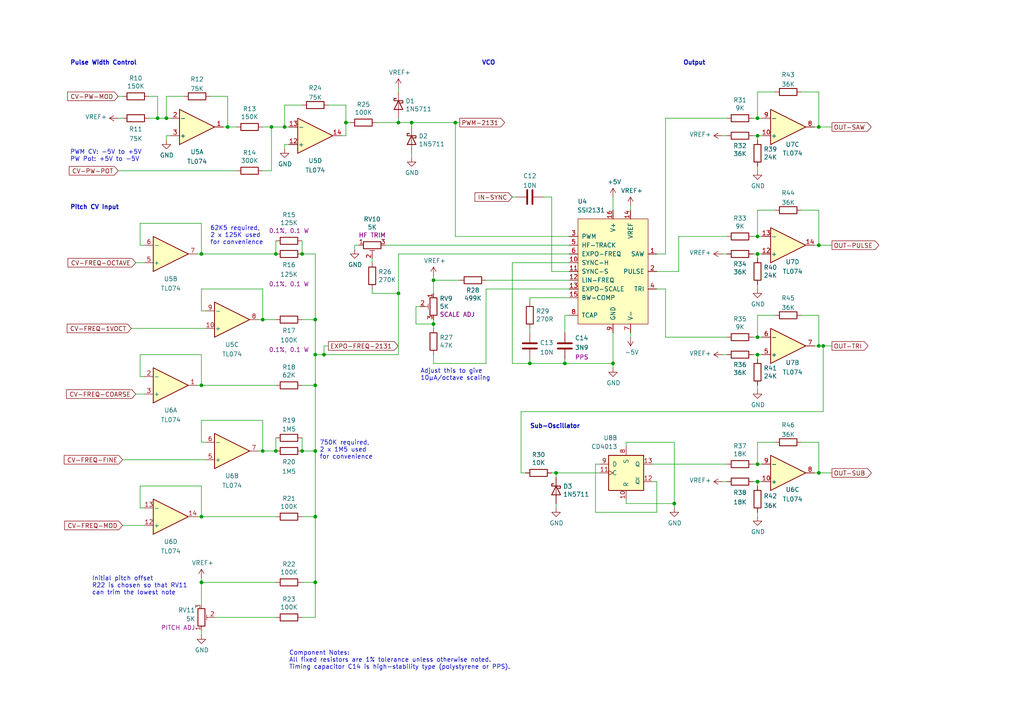
<source format=kicad_sch>
(kicad_sch (version 20211123) (generator eeschema)
  (paper "A4")
  (title_block (title "Main - Eurorack SSI2131 VCO") (date "2022-03-17") (rev "1.3") (company "Len Popp") (comment 1 "Copyright © 2022 Len Popp CC BY") (comment 2 "Eurorack VCO module based on SSI2131, 10 HP"))
  (junction (at 80.01 130.81))
  (junction (at 219.71 73.66))
  (junction (at 132.08 35.56))
  (junction (at 115.57 85.09))
  (junction (at 219.71 34.29))
  (junction (at 219.71 97.79))
  (junction (at 78.74 36.83))
  (junction (at 80.01 73.66))
  (junction (at 87.63 73.66))
  (junction (at 91.44 92.71))
  (junction (at 177.8 105.41))
  (junction (at 219.71 39.37))
  (junction (at 91.44 130.81))
  (junction (at 91.44 168.91))
  (junction (at 237.49 36.83))
  (junction (at 219.71 139.7))
  (junction (at 237.49 100.33))
  (junction (at 66.04 36.83))
  (junction (at 91.44 102.87))
  (junction (at 219.71 102.87))
  (junction (at 76.2 130.81))
  (junction (at 45.72 34.29))
  (junction (at 219.71 134.62))
  (junction (at 58.42 111.76))
  (junction (at 115.57 35.56))
  (junction (at 82.55 36.83))
  (junction (at 76.2 92.71))
  (junction (at 58.42 149.86))
  (junction (at 195.58 146.05))
  (junction (at 163.83 105.41))
  (junction (at 125.73 93.98))
  (junction (at 48.26 34.29))
  (junction (at 161.29 137.16))
  (junction (at 100.33 35.56))
  (junction (at 58.42 168.91))
  (junction (at 91.44 149.86))
  (junction (at 153.67 105.41))
  (junction (at 119.38 35.56))
  (junction (at 219.71 68.58))
  (junction (at 87.63 130.81))
  (junction (at 237.49 137.16))
  (junction (at 237.49 71.12))
  (junction (at 93.98 102.87))
  (junction (at 238.76 100.33))
  (junction (at 125.73 81.28))
  (junction (at 58.42 73.66))
  (junction (at 91.44 111.76))
  (wire (pts (xy 163.83 91.44) (xy 165.1 91.44)))
  (wire (pts (xy 76.2 121.92) (xy 76.2 130.81)))
  (wire (pts (xy 102.87 71.12) (xy 104.14 71.12)))
  (wire (pts (xy 209.55 102.87) (xy 210.82 102.87)))
  (wire (pts (xy 109.22 35.56) (xy 115.57 35.56)))
  (wire (pts (xy 80.01 69.85) (xy 80.01 73.66)))
  (wire (pts (xy 91.44 149.86) (xy 91.44 168.91)))
  (wire (pts (xy 219.71 39.37) (xy 220.98 39.37)))
  (wire (pts (xy 219.71 128.27) (xy 224.79 128.27)))
  (wire (pts (xy 219.71 34.29) (xy 218.44 34.29)))
  (wire (pts (xy 102.87 72.39) (xy 102.87 71.12)))
  (wire (pts (xy 58.42 168.91) (xy 80.01 168.91)))
  (wire (pts (xy 193.04 73.66) (xy 193.04 34.29)))
  (wire (pts (xy 219.71 102.87) (xy 218.44 102.87)))
  (wire (pts (xy 66.04 27.94) (xy 60.96 27.94)))
  (wire (pts (xy 151.13 119.38) (xy 151.13 137.16)))
  (wire (pts (xy 195.58 128.27) (xy 195.58 146.05)))
  (wire (pts (xy 48.26 34.29) (xy 49.53 34.29)))
  (wire (pts (xy 45.72 34.29) (xy 45.72 27.94)))
  (wire (pts (xy 107.95 76.2) (xy 107.95 74.93)))
  (wire (pts (xy 58.42 149.86) (xy 80.01 149.86)))
  (wire (pts (xy 40.64 140.97) (xy 40.64 147.32)))
  (wire (pts (xy 177.8 57.15) (xy 177.8 60.96)))
  (wire (pts (xy 100.33 30.48) (xy 100.33 35.56)))
  (wire (pts (xy 87.63 149.86) (xy 91.44 149.86)))
  (wire (pts (xy 57.15 149.86) (xy 58.42 149.86)))
  (wire (pts (xy 58.42 111.76) (xy 80.01 111.76)))
  (wire (pts (xy 209.55 73.66) (xy 210.82 73.66)))
  (wire (pts (xy 58.42 83.82) (xy 76.2 83.82)))
  (wire (pts (xy 238.76 100.33) (xy 238.76 119.38)))
  (wire (pts (xy 219.71 60.96) (xy 219.71 68.58)))
  (wire (pts (xy 76.2 130.81) (xy 80.01 130.81)))
  (wire (pts (xy 125.73 93.98) (xy 120.65 93.98)))
  (wire (pts (xy 76.2 92.71) (xy 80.01 92.71)))
  (wire (pts (xy 80.01 127) (xy 80.01 130.81)))
  (wire (pts (xy 76.2 92.71) (xy 76.2 83.82)))
  (wire (pts (xy 219.71 26.67) (xy 224.79 26.67)))
  (wire (pts (xy 41.91 152.4) (xy 35.56 152.4)))
  (wire (pts (xy 76.2 49.53) (xy 78.74 49.53)))
  (wire (pts (xy 163.83 91.44) (xy 163.83 96.52)))
  (wire (pts (xy 218.44 39.37) (xy 219.71 39.37)))
  (wire (pts (xy 165.1 86.36) (xy 153.67 86.36)))
  (wire (pts (xy 181.61 128.27) (xy 181.61 129.54)))
  (wire (pts (xy 62.23 179.07) (xy 80.01 179.07)))
  (wire (pts (xy 58.42 167.64) (xy 58.42 168.91)))
  (wire (pts (xy 190.5 139.7) (xy 190.5 148.59)))
  (wire (pts (xy 219.71 26.67) (xy 219.71 34.29)))
  (wire (pts (xy 219.71 149.86) (xy 219.71 148.59)))
  (wire (pts (xy 87.63 130.81) (xy 87.63 127)))
  (wire (pts (xy 153.67 105.41) (xy 163.83 105.41)))
  (wire (pts (xy 48.26 39.37) (xy 48.26 40.64)))
  (wire (pts (xy 132.08 68.58) (xy 165.1 68.58)))
  (wire (pts (xy 237.49 91.44) (xy 232.41 91.44)))
  (wire (pts (xy 177.8 106.68) (xy 177.8 105.41)))
  (wire (pts (xy 148.59 76.2) (xy 148.59 105.41)))
  (wire (pts (xy 39.37 76.2) (xy 41.91 76.2)))
  (wire (pts (xy 82.55 30.48) (xy 82.55 36.83)))
  (wire (pts (xy 193.04 97.79) (xy 210.82 97.79)))
  (wire (pts (xy 78.74 36.83) (xy 78.74 49.53)))
  (wire (pts (xy 87.63 130.81) (xy 91.44 130.81)))
  (wire (pts (xy 40.64 71.12) (xy 41.91 71.12)))
  (wire (pts (xy 177.8 96.52) (xy 177.8 105.41)))
  (wire (pts (xy 193.04 34.29) (xy 210.82 34.29)))
  (wire (pts (xy 58.42 83.82) (xy 58.42 90.17)))
  (wire (pts (xy 119.38 36.83) (xy 119.38 35.56)))
  (wire (pts (xy 218.44 68.58) (xy 219.71 68.58)))
  (wire (pts (xy 91.44 73.66) (xy 91.44 92.71)))
  (wire (pts (xy 238.76 100.33) (xy 241.3 100.33)))
  (wire (pts (xy 152.4 137.16) (xy 151.13 137.16)))
  (wire (pts (xy 160.02 78.74) (xy 165.1 78.74)))
  (wire (pts (xy 153.67 104.14) (xy 153.67 105.41)))
  (wire (pts (xy 115.57 35.56) (xy 115.57 34.29)))
  (wire (pts (xy 195.58 146.05) (xy 195.58 147.32)))
  (wire (pts (xy 91.44 92.71) (xy 91.44 102.87)))
  (wire (pts (xy 153.67 95.25) (xy 153.67 96.52)))
  (wire (pts (xy 219.71 104.14) (xy 219.71 102.87)))
  (wire (pts (xy 182.88 96.52) (xy 182.88 97.79)))
  (wire (pts (xy 49.53 39.37) (xy 48.26 39.37)))
  (wire (pts (xy 43.18 27.94) (xy 45.72 27.94)))
  (wire (pts (xy 91.44 111.76) (xy 91.44 130.81)))
  (wire (pts (xy 100.33 35.56) (xy 101.6 35.56)))
  (wire (pts (xy 40.64 109.22) (xy 41.91 109.22)))
  (wire (pts (xy 40.64 147.32) (xy 41.91 147.32)))
  (wire (pts (xy 160.02 78.74) (xy 160.02 57.15)))
  (wire (pts (xy 237.49 26.67) (xy 237.49 36.83)))
  (wire (pts (xy 125.73 81.28) (xy 133.35 81.28)))
  (wire (pts (xy 219.71 139.7) (xy 220.98 139.7)))
  (wire (pts (xy 237.49 128.27) (xy 237.49 137.16)))
  (wire (pts (xy 190.5 148.59) (xy 172.72 148.59)))
  (wire (pts (xy 87.63 111.76) (xy 91.44 111.76)))
  (wire (pts (xy 125.73 105.41) (xy 140.97 105.41)))
  (wire (pts (xy 93.98 102.87) (xy 115.57 102.87)))
  (wire (pts (xy 161.29 137.16) (xy 160.02 137.16)))
  (wire (pts (xy 87.63 179.07) (xy 91.44 179.07)))
  (wire (pts (xy 115.57 73.66) (xy 165.1 73.66)))
  (wire (pts (xy 236.22 71.12) (xy 237.49 71.12)))
  (wire (pts (xy 219.71 60.96) (xy 224.79 60.96)))
  (wire (pts (xy 232.41 26.67) (xy 237.49 26.67)))
  (wire (pts (xy 87.63 73.66) (xy 87.63 69.85)))
  (wire (pts (xy 232.41 60.96) (xy 237.49 60.96)))
  (wire (pts (xy 220.98 97.79) (xy 219.71 97.79)))
  (wire (pts (xy 83.82 41.91) (xy 82.55 41.91)))
  (wire (pts (xy 40.64 64.77) (xy 40.64 71.12)))
  (wire (pts (xy 115.57 85.09) (xy 115.57 102.87)))
  (wire (pts (xy 148.59 57.15) (xy 149.86 57.15)))
  (wire (pts (xy 193.04 97.79) (xy 193.04 83.82)))
  (wire (pts (xy 58.42 102.87) (xy 40.64 102.87)))
  (wire (pts (xy 237.49 71.12) (xy 241.3 71.12)))
  (wire (pts (xy 163.83 105.41) (xy 177.8 105.41)))
  (wire (pts (xy 161.29 137.16) (xy 173.99 137.16)))
  (wire (pts (xy 151.13 119.38) (xy 238.76 119.38)))
  (wire (pts (xy 87.63 30.48) (xy 82.55 30.48)))
  (wire (pts (xy 219.71 68.58) (xy 220.98 68.58)))
  (wire (pts (xy 53.34 27.94) (xy 48.26 27.94)))
  (wire (pts (xy 181.61 146.05) (xy 181.61 144.78)))
  (wire (pts (xy 148.59 105.41) (xy 153.67 105.41)))
  (wire (pts (xy 58.42 168.91) (xy 58.42 175.26)))
  (wire (pts (xy 236.22 36.83) (xy 237.49 36.83)))
  (wire (pts (xy 111.76 71.12) (xy 165.1 71.12)))
  (wire (pts (xy 34.29 49.53) (xy 68.58 49.53)))
  (wire (pts (xy 59.69 133.35) (xy 35.56 133.35)))
  (wire (pts (xy 232.41 128.27) (xy 237.49 128.27)))
  (wire (pts (xy 57.15 111.76) (xy 58.42 111.76)))
  (wire (pts (xy 132.08 35.56) (xy 133.35 35.56)))
  (wire (pts (xy 57.15 73.66) (xy 58.42 73.66)))
  (wire (pts (xy 100.33 30.48) (xy 95.25 30.48)))
  (wire (pts (xy 34.29 27.94) (xy 35.56 27.94)))
  (wire (pts (xy 58.42 182.88) (xy 58.42 184.15)))
  (wire (pts (xy 119.38 35.56) (xy 132.08 35.56)))
  (wire (pts (xy 48.26 34.29) (xy 45.72 34.29)))
  (wire (pts (xy 95.25 100.33) (xy 93.98 100.33)))
  (wire (pts (xy 100.33 35.56) (xy 100.33 39.37)))
  (wire (pts (xy 209.55 139.7) (xy 210.82 139.7)))
  (wire (pts (xy 132.08 68.58) (xy 132.08 35.56)))
  (wire (pts (xy 93.98 100.33) (xy 93.98 102.87)))
  (wire (pts (xy 219.71 128.27) (xy 219.71 134.62)))
  (wire (pts (xy 172.72 134.62) (xy 173.99 134.62)))
  (wire (pts (xy 87.63 92.71) (xy 91.44 92.71)))
  (wire (pts (xy 58.42 128.27) (xy 59.69 128.27)))
  (wire (pts (xy 59.69 95.25) (xy 38.1 95.25)))
  (wire (pts (xy 219.71 91.44) (xy 224.79 91.44)))
  (wire (pts (xy 91.44 102.87) (xy 93.98 102.87)))
  (wire (pts (xy 182.88 60.96) (xy 182.88 59.69)))
  (wire (pts (xy 189.23 134.62) (xy 210.82 134.62)))
  (wire (pts (xy 107.95 83.82) (xy 107.95 85.09)))
  (wire (pts (xy 140.97 83.82) (xy 165.1 83.82)))
  (wire (pts (xy 120.65 93.98) (xy 120.65 88.9)))
  (wire (pts (xy 66.04 36.83) (xy 66.04 27.94)))
  (wire (pts (xy 236.22 100.33) (xy 237.49 100.33)))
  (wire (pts (xy 58.42 121.92) (xy 58.42 128.27)))
  (wire (pts (xy 237.49 100.33) (xy 238.76 100.33)))
  (wire (pts (xy 209.55 39.37) (xy 210.82 39.37)))
  (wire (pts (xy 115.57 35.56) (xy 119.38 35.56)))
  (wire (pts (xy 39.37 114.3) (xy 41.91 114.3)))
  (wire (pts (xy 219.71 97.79) (xy 218.44 97.79)))
  (wire (pts (xy 237.49 137.16) (xy 241.3 137.16)))
  (wire (pts (xy 82.55 41.91) (xy 82.55 43.18)))
  (wire (pts (xy 87.63 168.91) (xy 91.44 168.91)))
  (wire (pts (xy 219.71 73.66) (xy 220.98 73.66)))
  (wire (pts (xy 64.77 36.83) (xy 66.04 36.83)))
  (wire (pts (xy 218.44 73.66) (xy 219.71 73.66)))
  (wire (pts (xy 219.71 140.97) (xy 219.71 139.7)))
  (wire (pts (xy 210.82 68.58) (xy 196.85 68.58)))
  (wire (pts (xy 58.42 73.66) (xy 58.42 64.77)))
  (wire (pts (xy 66.04 36.83) (xy 68.58 36.83)))
  (wire (pts (xy 218.44 139.7) (xy 219.71 139.7)))
  (wire (pts (xy 219.71 74.93) (xy 219.71 73.66)))
  (wire (pts (xy 125.73 92.71) (xy 125.73 93.98)))
  (wire (pts (xy 58.42 140.97) (xy 40.64 140.97)))
  (wire (pts (xy 196.85 78.74) (xy 190.5 78.74)))
  (wire (pts (xy 58.42 140.97) (xy 58.42 149.86)))
  (wire (pts (xy 76.2 36.83) (xy 78.74 36.83)))
  (wire (pts (xy 237.49 36.83) (xy 241.3 36.83)))
  (wire (pts (xy 161.29 138.43) (xy 161.29 137.16)))
  (wire (pts (xy 219.71 40.64) (xy 219.71 39.37)))
  (wire (pts (xy 78.74 36.83) (xy 82.55 36.83)))
  (wire (pts (xy 190.5 73.66) (xy 193.04 73.66)))
  (wire (pts (xy 163.83 105.41) (xy 163.83 104.14)))
  (wire (pts (xy 161.29 147.32) (xy 161.29 146.05)))
  (wire (pts (xy 40.64 102.87) (xy 40.64 109.22)))
  (wire (pts (xy 48.26 27.94) (xy 48.26 34.29)))
  (wire (pts (xy 193.04 83.82) (xy 190.5 83.82)))
  (wire (pts (xy 91.44 168.91) (xy 91.44 179.07)))
  (wire (pts (xy 115.57 26.67) (xy 115.57 25.4)))
  (wire (pts (xy 107.95 85.09) (xy 115.57 85.09)))
  (wire (pts (xy 140.97 81.28) (xy 165.1 81.28)))
  (wire (pts (xy 58.42 102.87) (xy 58.42 111.76)))
  (wire (pts (xy 115.57 73.66) (xy 115.57 85.09)))
  (wire (pts (xy 58.42 90.17) (xy 59.69 90.17)))
  (wire (pts (xy 91.44 130.81) (xy 91.44 149.86)))
  (wire (pts (xy 157.48 57.15) (xy 160.02 57.15)))
  (wire (pts (xy 181.61 146.05) (xy 195.58 146.05)))
  (wire (pts (xy 237.49 60.96) (xy 237.49 71.12)))
  (wire (pts (xy 125.73 81.28) (xy 125.73 85.09)))
  (wire (pts (xy 219.71 34.29) (xy 220.98 34.29)))
  (wire (pts (xy 220.98 102.87) (xy 219.71 102.87)))
  (wire (pts (xy 58.42 64.77) (xy 40.64 64.77)))
  (wire (pts (xy 74.93 92.71) (xy 76.2 92.71)))
  (wire (pts (xy 43.18 34.29) (xy 45.72 34.29)))
  (wire (pts (xy 82.55 36.83) (xy 83.82 36.83)))
  (wire (pts (xy 91.44 102.87) (xy 91.44 111.76)))
  (wire (pts (xy 58.42 73.66) (xy 80.01 73.66)))
  (wire (pts (xy 218.44 134.62) (xy 219.71 134.62)))
  (wire (pts (xy 172.72 148.59) (xy 172.72 134.62)))
  (wire (pts (xy 87.63 73.66) (xy 91.44 73.66)))
  (wire (pts (xy 237.49 91.44) (xy 237.49 100.33)))
  (wire (pts (xy 219.71 49.53) (xy 219.71 48.26)))
  (wire (pts (xy 219.71 134.62) (xy 220.98 134.62)))
  (wire (pts (xy 125.73 81.28) (xy 125.73 80.01)))
  (wire (pts (xy 34.29 34.29) (xy 35.56 34.29)))
  (wire (pts (xy 125.73 93.98) (xy 125.73 95.25)))
  (wire (pts (xy 125.73 102.87) (xy 125.73 105.41)))
  (wire (pts (xy 140.97 83.82) (xy 140.97 105.41)))
  (wire (pts (xy 219.71 113.03) (xy 219.71 111.76)))
  (wire (pts (xy 99.06 39.37) (xy 100.33 39.37)))
  (wire (pts (xy 219.71 83.82) (xy 219.71 82.55)))
  (wire (pts (xy 189.23 139.7) (xy 190.5 139.7)))
  (wire (pts (xy 148.59 76.2) (xy 165.1 76.2)))
  (wire (pts (xy 196.85 68.58) (xy 196.85 78.74)))
  (wire (pts (xy 181.61 128.27) (xy 195.58 128.27)))
  (wire (pts (xy 119.38 45.72) (xy 119.38 44.45)))
  (wire (pts (xy 76.2 121.92) (xy 58.42 121.92)))
  (wire (pts (xy 219.71 91.44) (xy 219.71 97.79)))
  (wire (pts (xy 236.22 137.16) (xy 237.49 137.16)))
  (wire (pts (xy 120.65 88.9) (xy 121.92 88.9)))
  (wire (pts (xy 74.93 130.81) (xy 76.2 130.81)))
  (wire (pts (xy 153.67 86.36) (xy 153.67 87.63)))
  (text "62K5 required, \n2 x 125K used \nfor convenience" (at 60.96 71.12 0) (effects (font (size 1.27 1.27)) (justify left bottom)))
  (text "VCO" (at 139.7 19.05 0) (effects (font (size 1.27 1.27) (thickness 0.254) bold) (justify left bottom)))
  (text "PWM CV: -5V to +5V\nPW Pot: +5V to -5V" (at 20.32 46.99 0) (effects (font (size 1.27 1.27)) (justify left bottom)))
  (text "Sub-Oscillator" (at 153.67 124.46 0) (effects (font (size 1.27 1.27) (thickness 0.254) bold) (justify left bottom)))
  (text "750K required, \n2 x 1M5 used \nfor convenience" (at 92.71 133.35 0) (effects (font (size 1.27 1.27)) (justify left bottom)))
  (text "Output" (at 198.12 19.05 0) (effects (font (size 1.27 1.27) (thickness 0.254) bold) (justify left bottom)))
  (text "Pulse Width Control" (at 20.32 19.05 0) (effects (font (size 1.27 1.27) (thickness 0.254) bold) (justify left bottom)))
  (text "Initial pitch offset \nR22 is chosen so that RV11\ncan trim the lowest note" (at 26.67 172.72 0) (effects (font (size 1.27 1.27)) (justify left bottom)))
  (text "Adjust this to give \n10μA/octave scaling" (at 121.92 110.49 0) (effects (font (size 1.27 1.27)) (justify left bottom)))
  (text "Component Notes:\nAll fixed resistors are 1% tolerance unless otherwise noted.\nTiming capacitor C14 is high-stability type (polystyrene or PPS)." (at 83.82 194.31 0) (effects (font (size 1.27 1.27)) (justify left bottom)))
  (text "Pitch CV Input" (at 20.32 60.96 0) (effects (font (size 1.27 1.27) (thickness 0.254) bold) (justify left bottom)))
  (global_label "CV-FREQ-COARSE" (shape input) (at 39.37 114.3 180) (property "Intersheet References" "${INTERSHEET_REFS}" (effects hide)))
  (global_label "PWM-2131" (shape output) (at 133.35 35.56 0) (property "Intersheet References" "${INTERSHEET_REFS}" (effects hide)))
  (global_label "EXPO-FREQ-2131" (shape output) (at 95.25 100.33 0) (property "Intersheet References" "${INTERSHEET_REFS}" (effects hide)))
  (global_label "IN-SYNC" (shape input) (at 148.59 57.15 180) (property "Intersheet References" "${INTERSHEET_REFS}" (effects hide)))
  (global_label "CV-PW-MOD" (shape input) (at 34.29 27.94 180) (property "Intersheet References" "${INTERSHEET_REFS}" (effects hide)))
  (global_label "CV-FREQ-FINE" (shape input) (at 35.56 133.35 180) (property "Intersheet References" "${INTERSHEET_REFS}" (effects hide)))
  (global_label "OUT-PULSE" (shape output) (at 241.3 71.12 0) (property "Intersheet References" "${INTERSHEET_REFS}" (effects hide)))
  (global_label "OUT-SAW" (shape output) (at 241.3 36.83 0) (property "Intersheet References" "${INTERSHEET_REFS}" (effects hide)))
  (global_label "CV-FREQ-OCTAVE" (shape input) (at 39.37 76.2 180) (property "Intersheet References" "${INTERSHEET_REFS}" (effects hide)))
  (global_label "CV-FREQ-1VOCT" (shape input) (at 38.1 95.25 180) (property "Intersheet References" "${INTERSHEET_REFS}" (effects hide)))
  (global_label "OUT-SUB" (shape output) (at 241.3 137.16 0) (property "Intersheet References" "${INTERSHEET_REFS}" (effects hide)))
  (global_label "OUT-TRI" (shape output) (at 241.3 100.33 0) (property "Intersheet References" "${INTERSHEET_REFS}" (effects hide)))
  (global_label "CV-PW-POT" (shape input) (at 34.29 49.53 180) (property "Intersheet References" "${INTERSHEET_REFS}" (effects hide)))
  (global_label "CV-FREQ-MOD" (shape input) (at 35.56 152.4 180) (property "Intersheet References" "${INTERSHEET_REFS}" (effects hide)))
  (symbol (lib_id "-lmp-power:GND") (at 177.8 106.68 0) (unit 1)
    (property "Reference" "#PWR0139" (effects hide))
    (property "Value" "GND" (at 177.927 111.0742 0))
  )
  (symbol (lib_name "R_1%_0W166_6") (lib_id "-lmp:R_1%_0W166") (at 83.82 127 270) (unit 1)
    (property "Reference" "R19" (at 83.82 121.92 90))
    (property "Value" "1M5" (at 83.82 124.46 90))
    (property "Footprint" "-lmp-misc:R_Axial_DIN0207_L6.3mm_D2.5mm_P7.62mm_Horizontal" (effects hide))
    (property "Datasheet" "https://www.mouser.ca/datasheet/2/447/Yageo_LR_MFR_1-1714151.pdf" (effects hide))
    (property "Manufacturer" "YAGEO" (effects hide))
    (property "Distributor" "Mouser" (effects hide))
    (property "Value2" "1%, 1/6 W" (effects hide))
    (property "ManufacturerPartNum" "MFR-12FTF52-1M5" (effects hide))
    (property "DistributorPartNum" "603-MFR-12FTF52-1M5" (effects hide))
    (property "DistributorPartLink" "https://www.mouser.ca/ProductDetail/YAGEO/MFR-12FTF52-1M5?qs=oAGoVhmvjhxERKbuQY3PoQ%3D%3D" (effects hide))
  )
  (symbol (lib_name "R_1%_0W166_4") (lib_id "-lmp:R_1%_0W166") (at 72.39 49.53 270) (unit 1)
    (property "Reference" "R14" (at 72.39 44.2722 90))
    (property "Value" "300K" (at 72.39 46.5836 90))
    (property "Footprint" "-lmp-misc:R_Axial_DIN0207_L6.3mm_D2.5mm_P10.16mm_Horizontal" (effects hide))
    (property "Datasheet" "https://www.mouser.ca/datasheet/2/447/Yageo_LR_MFR_1-1714151.pdf" (effects hide))
    (property "Manufacturer" "YAGEO" (effects hide))
    (property "ManufacturerPartNum" "MFR-25FRF52-300K" (effects hide))
    (property "Distributor" "Mouser" (effects hide))
    (property "DistributorPartNum" "603-MFR-25FRF52-300K" (effects hide))
    (property "DistributorPartLink" "https://www.mouser.ca/ProductDetail/603-MFR-25FRF52-300K" (effects hide))
    (property "Value2" "1%, 1/6 W" (effects hide))
  )
  (symbol (lib_id "-lmp-power:GND") (at 219.71 83.82 0) (unit 1)
    (property "Reference" "#PWR0120" (effects hide))
    (property "Value" "GND" (at 219.837 88.2142 0))
  )
  (symbol (lib_id "-lmp-power:GND") (at 219.71 113.03 0) (unit 1)
    (property "Reference" "#PWR0117" (effects hide))
    (property "Value" "GND" (at 219.837 117.4242 0))
  )
  (symbol (lib_name "R_1%_0W166_17") (lib_id "-lmp:R_1%_0W166") (at 214.63 34.29 270) (unit 1)
    (property "Reference" "R31" (at 214.63 29.0322 90))
    (property "Value" "9K" (at 214.63 31.3436 90))
    (property "Footprint" "-lmp-misc:R_Axial_DIN0207_L6.3mm_D2.5mm_P7.62mm_Horizontal" (effects hide))
    (property "Datasheet" "https://www.mouser.ca/datasheet/2/447/Yageo_LR_MFR_1-1714151.pdf" (effects hide))
    (property "Manufacturer" "YAGEO" (effects hide))
    (property "ManufacturerPartNum" "MFR-25FTF52-9K" (effects hide))
    (property "Distributor" "Mouser" (effects hide))
    (property "DistributorPartNum" "603-MFR-25FTF52-9K" (effects hide))
    (property "DistributorPartLink" "https://www.mouser.ca/ProductDetail/YAGEO/MFR-25FTF52-9K?qs=xZ%2FP%252Ba9zWqZDyxQkcWialQ%3D%3D" (effects hide))
    (property "Value2" "1%" (effects hide))
  )
  (symbol (lib_name "R_1%_0W166_18") (lib_id "-lmp:R_1%_0W166") (at 214.63 39.37 270) (unit 1)
    (property "Reference" "R32" (at 214.63 42.291 90))
    (property "Value" "36K" (at 214.63 44.6024 90))
    (property "Footprint" "-lmp-misc:R_Axial_DIN0204_L3.6mm_D1.6mm_P7.62mm_Horizontal" (effects hide))
    (property "Datasheet" "https://www.mouser.ca/datasheet/2/447/Yageo_LR_MFR_1-1714151.pdf" (effects hide))
    (property "Manufacturer" "YAGEO" (effects hide))
    (property "ManufacturerPartNum" "MFR-12FTF52-36K" (effects hide))
    (property "Distributor" "Mouser" (effects hide))
    (property "DistributorPartNum" "603-MFR-12FTF52-36K" (effects hide))
    (property "DistributorPartLink" "https://www.mouser.ca/ProductDetail/YAGEO/MFR-12FTF52-36K?qs=oAGoVhmvjhyIq6EO5blb%252BQ%3D%3D" (effects hide))
    (property "Value2" "1%, 1/6 W" (effects hide))
  )
  (symbol (lib_name "R_1%_0W166_25") (lib_id "-lmp:R_1%_0W166") (at 219.71 44.45 0) (unit 1)
    (property "Reference" "R39" (at 221.488 43.2816 0) (effects (justify left)))
    (property "Value" "24K" (at 221.488 45.593 0) (effects (justify left)))
    (property "Footprint" "-lmp-misc:R_Axial_DIN0204_L3.6mm_D1.6mm_P7.62mm_Horizontal" (effects hide))
    (property "Datasheet" "https://www.mouser.ca/datasheet/2/447/Yageo_LR_MFR_1-1714151.pdf" (effects hide))
    (property "Manufacturer" "YAGEO" (effects hide))
    (property "ManufacturerPartNum" "MFR-12FTF52-24K" (effects hide))
    (property "Distributor" "Mouser" (effects hide))
    (property "DistributorPartNum" "603-MFR-12FTF52-24K" (effects hide))
    (property "DistributorPartLink" "https://www.mouser.ca/ProductDetail/YAGEO/MFR-12FTF52-24K?qs=oAGoVhmvjhxMddJ2UCzasA%3D%3D" (effects hide))
    (property "Value2" "1%, 1/6 W" (effects hide))
  )
  (symbol (lib_name "R_1%_0W166_23") (lib_id "-lmp:R_1%_0W166") (at 214.63 134.62 270) (unit 1)
    (property "Reference" "R37" (at 214.63 129.3622 90))
    (property "Value" "18K" (at 214.63 131.6736 90))
    (property "Footprint" "-lmp-misc:R_Axial_DIN0204_L3.6mm_D1.6mm_P7.62mm_Horizontal" (effects hide))
    (property "Datasheet" "https://www.mouser.ca/datasheet/2/447/Yageo_LR_MFR_1-1714151.pdf" (effects hide))
    (property "Manufacturer" "YAGEO" (effects hide))
    (property "ManufacturerPartNum" "MFR-12FTF52-18K" (effects hide))
    (property "Distributor" "Mouser" (effects hide))
    (property "DistributorPartNum" "603-MFR-12FTF52-18K" (effects hide))
    (property "DistributorPartLink" "https://www.mouser.ca/ProductDetail/YAGEO/MFR-12FTF52-18K?qs=oAGoVhmvjhyrIv61YZaM%252Bw%3D%3D" (effects hide))
    (property "Value2" "1%, 1/6 W" (effects hide))
  )
  (symbol (lib_id "-lmp-power:GND") (at 48.26 40.64 0) (unit 1)
    (property "Reference" "#PWR0121" (effects hide))
    (property "Value" "GND" (at 48.387 45.0342 0))
  )
  (symbol (lib_id "-lmp-power:GND") (at 195.58 147.32 0) (unit 1)
    (property "Reference" "#PWR0147" (effects hide))
    (property "Value" "GND" (at 195.707 151.7142 0))
  )
  (symbol (lib_id "-lmp-power:-5V") (at 182.88 97.79 0) (unit 1)
    (property "Reference" "#PWR0151" (effects hide))
    (property "Value" "-5V" (at 183.261 102.1842 0))
  )
  (symbol (lib_id "-lmp-power:GND") (at 82.55 43.18 0) (unit 1)
    (property "Reference" "#PWR0125" (effects hide))
    (property "Value" "GND" (at 82.677 47.5742 0))
  )
  (symbol (lib_id "-lmp-IC-misc:CD4013") (at 181.61 137.16 0) (unit 2)
    (property "Reference" "U8" (at 179.07 127 0) (effects (justify right)))
    (property "Value" "CD4013" (at 179.07 129.54 0) (effects (justify right)))
    (property "Footprint" "Package_DIP:DIP-14_W7.62mm" (effects hide))
    (property "Datasheet" "https://www.ti.com/lit/ds/symlink/cd4013b.pdf" (effects hide))
    (property "Manufacturer" "Texas Instruments" (effects hide))
    (property "ManufacturerPartNum" "CD4013BE" (effects hide))
    (property "Distributor" "Mouser" (effects hide))
    (property "DistributorPartNum" "595-CD4013BE" (effects hide))
    (property "DistributorPartLink" "https://www.mouser.ca/ProductDetail/Texas-Instruments/CD4013BE?qs=pt%2FIv5r0EPc2Chv9B9JKAA==" (effects hide))
  )
  (symbol (lib_id "-lmp-synth:R_POT_TRIM_PCB_Vert_Bourns") (at 58.42 179.07 0) (mirror x) (unit 1)
    (property "Reference" "RV11" (at 56.6421 176.9669 0) (effects (justify right)))
    (property "Value" "5K" (at 56.6421 179.5038 0) (effects (justify right)))
    (property "Footprint" "-lmp-synth:Potentiometer_Bourns_3296W_Vertical" (effects hide))
    (property "Datasheet" "https://www.mouser.ca/datasheet/2/54/3296-776415.pdf" (effects hide))
    (property "Label" "PITCH ADJ" (at 56.6421 182.0407 0) (effects (justify right)))
    (property "Manufacturer" "Bourns" (effects hide))
    (property "ManufacturerPartNum" "3296W-1-502LF" (effects hide))
    (property "Distributor" "Mouser" (effects hide))
    (property "DistributorPartNum" "652-3296W-1-502LF" (effects hide))
    (property "DistributorPartLink" "https://www.mouser.ca/ProductDetail/Bourns/3296W-1-502LF?qs=zl1BDXJPZVrTnesl5BcuCQ%3D%3D" (effects hide))
  )
  (symbol (lib_name "R_1%_0W166_5") (lib_id "-lmp:R_1%_0W166") (at 83.82 111.76 270) (unit 1)
    (property "Reference" "R18" (at 83.82 106.5022 90))
    (property "Value" "62K" (at 83.82 108.8136 90))
    (property "Footprint" "-lmp-misc:R_Axial_DIN0204_L3.6mm_D1.6mm_P7.62mm_Horizontal" (effects hide))
    (property "Datasheet" "https://www.mouser.ca/datasheet/2/447/Yageo_LR_MFR_1-1714151.pdf" (effects hide))
    (property "Value2" "1%, 1/6 W" (effects hide))
    (property "Note" "Input mixing" (effects hide))
    (property "Distributor" "Mouser" (effects hide))
    (property "Manufacturer" "YAGEO" (effects hide))
    (property "ManufacturerPartNum" "MFR-12FTF52-62K" (effects hide))
    (property "DistributorPartNum" "603-MFR-12FTF52-62K" (effects hide))
    (property "DistributorPartLink" "https://www.mouser.ca/ProductDetail/YAGEO/MFR-12FTF52-62K?qs=oAGoVhmvjhxKiKU7PpG0Kg%3D%3D" (effects hide))
  )
  (symbol (lib_name "R_1%_0W166_16") (lib_id "-lmp:R_1%_0W166") (at 156.21 137.16 270) (unit 1)
    (property "Reference" "R30" (at 156.21 131.9022 90))
    (property "Value" "10K" (at 156.21 134.2136 90))
    (property "Footprint" "-lmp-misc:R_Axial_DIN0204_L3.6mm_D1.6mm_P7.62mm_Horizontal" (effects hide))
    (property "Datasheet" "https://www.mouser.ca/datasheet/2/447/Yageo_LR_MFR_1-1714151.pdf" (effects hide))
    (property "Value2" "1%, 1/6 W" (effects hide))
    (property "Manufacturer" "YAGEO" (effects hide))
    (property "ManufacturerPartNum" "MFR-12FRF52-10K" (effects hide))
    (property "Distributor" "Mouser" (effects hide))
    (property "DistributorPartNum" "603-MFR-12FRF5210K" (effects hide))
    (property "DistributorPartLink" "https://www.mouser.ca/ProductDetail/YAGEO/MFR-12FRF52-10K?qs=%2Fha2pyFaduik%252B931GUVuOg6RLmmfil0yYFh5vxVUy4xd19JrveLWPw%3D%3D" (effects hide))
  )
  (symbol (lib_id "-lmp-power:GND") (at 161.29 147.32 0) (unit 1)
    (property "Reference" "#PWR010" (effects hide))
    (property "Value" "GND" (at 161.417 151.7142 0))
  )
  (symbol (lib_name "R_1%_0W166_1") (lib_id "-lmp:R_1%_0W166") (at 39.37 27.94 270) (unit 1)
    (property "Reference" "R10" (at 39.37 22.6822 90))
    (property "Value" "150K" (at 39.37 24.9936 90))
    (property "Footprint" "-lmp-misc:R_Axial_DIN0204_L3.6mm_D1.6mm_P7.62mm_Horizontal" (effects hide))
    (property "Datasheet" "https://www.mouser.ca/datasheet/2/447/Yageo_LR_MFR_1-1714151.pdf" (effects hide))
    (property "Value2" "1%, 1/6 W" (effects hide))
    (property "Manufacturer" "YAGEO" (effects hide))
    (property "ManufacturerPartNum" "MFR-12FTF52-150K" (effects hide))
    (property "Distributor" "Mouser" (effects hide))
    (property "DistributorPartNum" " 603-MFR-12FTF52-150K" (effects hide))
    (property "DistributorPartLink" "https://www.mouser.ca/ProductDetail/YAGEO/MFR-12FTF52-150K?qs=oAGoVhmvjhyn6tjndOraRA%3D%3D" (effects hide))
  )
  (symbol (lib_id "-lmp-synth:R_100K_Input") (at 83.82 92.71 270) (unit 1)
    (property "Reference" "R17" (at 83.82 95.8755 90))
    (property "Value" "100K" (at 83.82 98.6506 90))
    (property "Footprint" "-lmp-misc:R_Axial_DIN0207_L6.3mm_D2.5mm_P10.16mm_Horizontal" (effects hide))
    (property "Datasheet" "https://www.mouser.ca/datasheet/2/427/cmfmil-1762972.pdf" (effects hide))
    (property "Value2" "0.1%, 0.1 W" (at 83.82 101.4257 90))
    (property "Note" "Input mixing" (effects hide))
    (property "Distributor" "Mouser" (effects hide))
    (property "Manufacturer" "Vishay / Dale" (effects hide))
    (property "ManufacturerPartNum" "RN55C1003BRE6" (effects hide))
    (property "DistributorPartNum" "71-RN55C-B-100K/R" (effects hide))
    (property "DistributorPartLink" "https://www.mouser.ca/ProductDetail/Vishay-Dale/RN55C1003BRE6?qs=sGAEpiMZZMsPqMdJzcrNws7FjRh4yjnCEY%2FA9CHAEes%3D" (effects hide))
  )
  (symbol (lib_name "R_1%_0W166_13") (lib_id "-lmp:R_1%_0W166") (at 125.73 99.06 0) (unit 1)
    (property "Reference" "R27" (at 127.508 97.8916 0) (effects (justify left)))
    (property "Value" "47K" (at 127.508 100.203 0) (effects (justify left)))
    (property "Footprint" "-lmp-misc:R_Axial_DIN0204_L3.6mm_D1.6mm_P7.62mm_Horizontal" (effects hide))
    (property "Datasheet" "https://www.mouser.ca/datasheet/2/447/Yageo_LR_MFR_1-1714151.pdf" (effects hide))
    (property "Value2" "1%, 1/6 W" (effects hide))
    (property "Manufacturer" "YAGEO" (effects hide))
    (property "ManufacturerPartNum" "MFR-12FTF52-47K" (effects hide))
    (property "Distributor" "Mouser" (effects hide))
    (property "DistributorPartNum" "603-MFR-12FTF52-47K" (effects hide))
    (property "DistributorPartLink" "https://www.mouser.ca/ProductDetail/YAGEO/MFR-12FTF52-47K?qs=oAGoVhmvjhylO%2Fy0ChGYrw%3D%3D" (effects hide))
  )
  (symbol (lib_id "-lmp-synth:R_POT_TRIM_PCB_Vert_Bourns") (at 125.73 88.9 0) (mirror y) (unit 1)
    (property "Reference" "RV9" (at 127.508 86.5886 0) (effects (justify right)))
    (property "Value" "5K" (at 127.508 88.9 0) (effects (justify right)))
    (property "Footprint" "-lmp-synth:Potentiometer_Bourns_3296W_Vertical" (effects hide))
    (property "Datasheet" "https://www.mouser.ca/datasheet/2/54/3296-776415.pdf" (effects hide))
    (property "Label" "SCALE ADJ" (at 127.508 91.2114 0) (effects (justify right)))
    (property "Manufacturer" "Bourns" (effects hide))
    (property "ManufacturerPartNum" "3296W-1-502LF" (effects hide))
    (property "Distributor" "Mouser" (effects hide))
    (property "DistributorPartNum" "652-3296W-1-502LF" (effects hide))
    (property "DistributorPartLink" "https://www.mouser.ca/ProductDetail/Bourns/3296W-1-502LF?qs=zl1BDXJPZVrTnesl5BcuCQ%3D%3D" (effects hide))
  )
  (symbol (lib_id "-lmp-power:GND") (at 58.42 184.15 0) (unit 1)
    (property "Reference" "#PWR04" (effects hide))
    (property "Value" "GND" (at 58.547 188.5442 0))
  )
  (symbol (lib_id "-lmp-power:VREF+") (at 58.42 167.64 0) (unit 1)
    (property "Reference" "#PWR03" (effects hide))
    (property "Value" "VREF+" (at 58.801 163.2458 0))
  )
  (symbol (lib_name "R_100K_Input_1") (lib_id "-lmp-synth:R_100K_Input") (at 83.82 69.85 270) (unit 1)
    (property "Reference" "R15" (at 83.82 62.3062 90))
    (property "Value" "125K" (at 83.82 64.6176 90))
    (property "Footprint" "-lmp-misc:R_Axial_DIN0207_L6.3mm_D2.5mm_P10.16mm_Horizontal" (effects hide))
    (property "Datasheet" "https://www.mouser.ca/datasheet/2/427/cmfmil-1762972.pdf" (effects hide))
    (property "Value2" "0.1%, 0.1 W" (at 83.82 66.929 90))
    (property "Note" "Input mixing" (effects hide))
    (property "Distributor" "Mouser" (effects hide))
    (property "Manufacturer" "Vishay / Dale" (effects hide))
    (property "ManufacturerPartNum" "RN55E1253BB14" (effects hide))
    (property "DistributorPartNum" "71-RN55E-B-125K" (effects hide))
    (property "DistributorPartLink" "https://www.mouser.ca/ProductDetail/Vishay-Dale/RN55E1253BB14?qs=sGAEpiMZZMsPqMdJzcrNwmQKrDNVFgoH5g9B3Mhalic%3D" (effects hide))
  )
  (symbol (lib_id "-lmp-synth:SSI2131") (at 177.8 78.74 0) (unit 1)
    (property "Reference" "U4" (at 168.91 58.42 0))
    (property "Value" "SSI2131" (at 171.45 60.96 0))
    (property "Footprint" "-lmp-breakout:Breakout_DIP-16_W15.24mm" (effects hide))
    (property "Datasheet" "http://soundsemiconductor.com/downloads/ssi2131datasheet.pdf" (effects hide))
    (property "Manufacturer" "Sound Semiconductor" (effects hide))
    (property "ManufacturerPartNum" "SSI2131" (effects hide))
    (property "Distributor" "Antique Electronic Supply" (effects hide))
    (property "DistributorPartNum" "P-Q-SSI2131" (effects hide))
    (property "DistributorPartLink" "https://www.tubesandmore.com/products/integrated-circuit-ssi2131-vco-sound-semiconductor" (effects hide))
  )
  (symbol (lib_id "-lmp-power:+5V") (at 177.8 57.15 0) (unit 1)
    (property "Reference" "#PWR011" (effects hide))
    (property "Value" "+5V" (at 178.181 52.7558 0))
  )
  (symbol (lib_id "-lmp-power:VREF+") (at 182.88 59.69 0) (unit 1)
    (property "Reference" "#PWR012" (effects hide))
    (property "Value" "VREF+" (at 183.261 55.2958 0))
  )
  (symbol (lib_id "-lmp-synth:R_POT_TRIM_PCB_Vert_Bourns") (at 107.95 71.12 90) (mirror x) (unit 1)
    (property "Reference" "RV10" (at 107.95 63.5762 90))
    (property "Value" "5K" (at 107.95 65.8876 90))
    (property "Footprint" "-lmp-synth:Potentiometer_Bourns_3296W_Vertical" (effects hide))
    (property "Datasheet" "https://www.mouser.ca/datasheet/2/54/3296-776415.pdf" (effects hide))
    (property "Label" "HF TRIM" (at 107.95 68.199 90))
    (property "Manufacturer" "Bourns" (effects hide))
    (property "ManufacturerPartNum" "3296W-1-502LF" (effects hide))
    (property "Distributor" "Mouser" (effects hide))
    (property "DistributorPartNum" "652-3296W-1-502LF" (effects hide))
    (property "DistributorPartLink" "https://www.mouser.ca/ProductDetail/Bourns/3296W-1-502LF?qs=zl1BDXJPZVrTnesl5BcuCQ%3D%3D" (effects hide))
  )
  (symbol (lib_id "-lmp-power:GND") (at 219.71 49.53 0) (unit 1)
    (property "Reference" "#PWR0155" (effects hide))
    (property "Value" "GND" (at 219.837 53.9242 0))
  )
  (symbol (lib_name "R_1%_0W166_15") (lib_id "-lmp:R_1%_0W166") (at 153.67 91.44 0) (unit 1)
    (property "Reference" "R29" (at 155.448 90.2716 0) (effects (justify left)))
    (property "Value" "270R" (at 155.448 92.583 0) (effects (justify left)))
    (property "Footprint" "-lmp-misc:R_Axial_DIN0204_L3.6mm_D1.6mm_P7.62mm_Horizontal" (effects hide))
    (property "Datasheet" "https://www.mouser.ca/datasheet/2/447/Yageo_LR_MFR_1-1714151.pdf" (effects hide))
    (property "Value2" "1%, 1/6 W" (effects hide))
    (property "Manufacturer" "YAGEO" (effects hide))
    (property "ManufacturerPartNum" "MFR-12FTF52-470R" (effects hide))
    (property "Distributor" "Mouser" (effects hide))
    (property "DistributorPartNum" " 603-MFR-12FTF52-470R" (effects hide))
    (property "DistributorPartLink" "https://www.mouser.ca/ProductDetail/YAGEO/MFR-12FTF52-470R?qs=oAGoVhmvjhzwbENn17GKHQ%3D%3D" (effects hide))
  )
  (symbol (lib_name "R_1%_0W166_14") (lib_id "-lmp:R_1%_0W166") (at 137.16 81.28 270) (unit 1)
    (property "Reference" "R28" (at 137.16 84.201 90))
    (property "Value" "499K" (at 137.16 86.5124 90))
    (property "Footprint" "-lmp-misc:R_Axial_DIN0207_L6.3mm_D2.5mm_P7.62mm_Horizontal" (effects hide))
    (property "Datasheet" "https://www.mouser.ca/datasheet/2/447/Yageo_LR_MFR_1-1714151.pdf" (effects hide))
    (property "Value2" "1%, 1/6 W" (effects hide))
    (property "Manufacturer" "YAGEO" (effects hide))
    (property "ManufacturerPartNum" "MFR-25FTE52-499K" (effects hide))
    (property "Distributor" "Mouser" (effects hide))
    (property "DistributorPartNum" "603-MFR-25FTE52-499K" (effects hide))
    (property "DistributorPartLink" "https://www.mouser.ca/ProductDetail/YAGEO/MFR-25FTE52-499K?qs=oAGoVhmvjhyZIgXtFNjfqg%3D%3D" (effects hide))
  )
  (symbol (lib_id "-lmp-power:VREF+") (at 125.73 80.01 0) (unit 1)
    (property "Reference" "#PWR08" (effects hide))
    (property "Value" "VREF+" (at 126.111 75.6158 0))
  )
  (symbol (lib_name "R_1%_0W166_12") (lib_id "-lmp:R_1%_0W166") (at 107.95 80.01 0) (unit 1)
    (property "Reference" "R26" (at 109.728 78.8416 0) (effects (justify left)))
    (property "Value" "270K" (at 109.728 81.153 0) (effects (justify left)))
    (property "Footprint" "-lmp-misc:R_Axial_DIN0204_L3.6mm_D1.6mm_P7.62mm_Horizontal" (effects hide))
    (property "Datasheet" "https://www.mouser.ca/datasheet/2/447/Yageo_LR_MFR_1-1714151.pdf" (effects hide))
    (property "Value2" "1%, 1/6 W" (effects hide))
    (property "Manufacturer" "YAGEO" (effects hide))
    (property "ManufacturerPartNum" "MFR-12FTF52-270K" (effects hide))
    (property "Distributor" "Mouser" (effects hide))
    (property "DistributorPartNum" "603-MFR-12FTF52-270K" (effects hide))
    (property "DistributorPartLink" "https://www.mouser.ca/ProductDetail/YAGEO/MFR-12FTF52-270K?qs=oAGoVhmvjhxyRh108MHykw%3D%3D" (effects hide))
  )
  (symbol (lib_id "-lmp-power:GND") (at 102.87 72.39 0) (unit 1)
    (property "Reference" "#PWR06" (effects hide))
    (property "Value" "GND" (at 102.997 76.7842 0))
  )
  (symbol (lib_id "-lmp-power:VREF+") (at 34.29 34.29 90) (unit 1)
    (property "Reference" "#PWR02" (effects hide))
    (property "Value" "VREF+" (at 31.0642 33.909 90) (effects (justify left)))
  )
  (symbol (lib_id "-lmp-power:VREF+") (at 209.55 102.87 90) (unit 1)
    (property "Reference" "#PWR015" (effects hide))
    (property "Value" "VREF+" (at 206.3242 102.489 90) (effects (justify left)))
  )
  (symbol (lib_id "-lmp-power:VREF+") (at 209.55 73.66 90) (unit 1)
    (property "Reference" "#PWR014" (effects hide))
    (property "Value" "VREF+" (at 206.3242 73.279 90) (effects (justify left)))
  )
  (symbol (lib_id "-lmp-power:VREF+") (at 209.55 39.37 90) (unit 1)
    (property "Reference" "#PWR013" (effects hide))
    (property "Value" "VREF+" (at 206.3242 38.989 90) (effects (justify left)))
  )
  (symbol (lib_id "-lmp-power:VREF+") (at 209.55 139.7 90) (unit 1)
    (property "Reference" "#PWR016" (effects hide))
    (property "Value" "VREF+" (at 206.3242 139.319 90) (effects (justify left)))
  )
  (symbol (lib_id "-lmp:R_1%_0W166") (at 105.41 35.56 270) (unit 1)
    (property "Reference" "R25" (at 105.41 30.3022 90))
    (property "Value" "100K" (at 105.41 32.6136 90))
    (property "Footprint" "-lmp-misc:R_Axial_DIN0204_L3.6mm_D1.6mm_P7.62mm_Horizontal" (effects hide))
    (property "Datasheet" "https://www.mouser.ca/datasheet/2/447/Yageo_LR_MFR_1-1714151.pdf" (effects hide))
    (property "Manufacturer" "YAGEO" (effects hide))
    (property "ManufacturerPartNum" "MFR-12FTF52-100K" (effects hide))
    (property "Distributor" "Mouser" (effects hide))
    (property "DistributorPartNum" "603-MFR-12FTF52-100K" (effects hide))
    (property "DistributorPartLink" "https://www.mouser.ca/ProductDetail/YAGEO/MFR-12FTF52-100K?qs=oAGoVhmvjhxn7uX6J9%2FOug%3D%3D" (effects hide))
    (property "Value2" "1%, 1/6 W" (effects hide))
  )
  (symbol (lib_id "-lmp-power:GND") (at 119.38 45.72 0) (unit 1)
    (property "Reference" "#PWR022" (effects hide))
    (property "Value" "GND" (at 119.507 50.1142 0))
  )
  (symbol (lib_id "-lmp-diode:1N5711") (at 115.57 30.48 90) (mirror x) (unit 1)
    (property "Reference" "D1" (at 117.602 29.3116 90) (effects (justify right)))
    (property "Value" "1N5711" (at 117.602 31.623 90) (effects (justify right)))
    (property "Footprint" "Diode_THT:D_DO-35_SOD27_P7.62mm_Horizontal" (effects hide))
    (property "Datasheet" "https://www.mouser.ca/datasheet/2/389/cd00000759-1795802.pdf" (effects hide))
    (property "Manufacturer" "STMicroelectronics" (effects hide))
    (property "ManufacturerPartNum" "1N5711" (effects hide))
    (property "Distributor" "Mouser" (effects hide))
    (property "DistributorPartNum" "511-1N5711" (effects hide))
    (property "DistributorPartLink" "https://www.mouser.ca/ProductDetail/STMicroelectronics/1N5711?qs=FITO%2F%2FQgYDnH7pJ7rS2FRA%3D%3D" (effects hide))
  )
  (symbol (lib_id "-lmp-power:VREF+") (at 115.57 25.4 0) (unit 1)
    (property "Reference" "#PWR05" (effects hide))
    (property "Value" "VREF+" (at 115.951 21.0058 0))
  )
  (symbol (lib_id "-lmp-power:GND") (at 219.71 149.86 0) (unit 1)
    (property "Reference" "#PWR0150" (effects hide))
    (property "Value" "GND" (at 219.837 154.2542 0))
  )
  (symbol (lib_id "-lmp:CF") (at 153.67 100.33 180) (unit 1)
    (property "Reference" "C13" (at 156.591 99.4215 0) (effects (justify right)))
    (property "Value" "10N" (at 156.591 102.1966 0) (effects (justify right)))
    (property "Footprint" "-lmp-misc:C_Rect_Kemet_L7.2mm_W2.5mm_P5mm" (effects hide))
    (property "Datasheet" "https://www.mouser.ca/datasheet/2/212/1/KEM_F3101_R82-1103738.pdf" (effects hide))
    (property "Manufacturer" "KEMET" (effects hide))
    (property "ManufacturerPartNum" "R82EC2100SH50J" (effects hide))
    (property "Distributor" "Mouser" (effects hide))
    (property "DistributorPartNum" "80-R82EC2100SH50J" (effects hide))
    (property "DistributorPartLink" "https://www.mouser.ca/ProductDetail/?qs=Jv4FAWB%252B0HY5NUeHWRshKg%3D%3D" (effects hide))
  )
  (symbol (lib_id "-lmp-diode:1N5711") (at 119.38 40.64 90) (mirror x) (unit 1)
    (property "Reference" "D2" (at 121.412 39.4716 90) (effects (justify right)))
    (property "Value" "1N5711" (at 121.412 41.783 90) (effects (justify right)))
    (property "Footprint" "Diode_THT:D_DO-35_SOD27_P7.62mm_Horizontal" (effects hide))
    (property "Datasheet" "https://www.mouser.ca/datasheet/2/389/cd00000759-1795802.pdf" (effects hide))
    (property "Manufacturer" "STMicroelectronics" (effects hide))
    (property "ManufacturerPartNum" "1N5711" (effects hide))
    (property "Distributor" "Mouser" (effects hide))
    (property "DistributorPartNum" "511-1N5711" (effects hide))
    (property "DistributorPartLink" "https://www.mouser.ca/ProductDetail/STMicroelectronics/1N5711?qs=FITO%2F%2FQgYDnH7pJ7rS2FRA%3D%3D" (effects hide))
  )
  (symbol (lib_name "R_1%_0W166_18") (lib_id "-lmp:R_1%_0W166") (at 214.63 73.66 270) (unit 1)
    (property "Reference" "R34" (at 214.63 76.581 90))
    (property "Value" "36K" (at 214.63 78.8924 90))
    (property "Footprint" "-lmp-misc:R_Axial_DIN0204_L3.6mm_D1.6mm_P7.62mm_Horizontal" (effects hide))
    (property "Datasheet" "https://www.mouser.ca/datasheet/2/447/Yageo_LR_MFR_1-1714151.pdf" (effects hide))
    (property "Manufacturer" "YAGEO" (effects hide))
    (property "ManufacturerPartNum" "MFR-12FTF52-36K" (effects hide))
    (property "Distributor" "Mouser" (effects hide))
    (property "DistributorPartNum" "603-MFR-12FTF52-36K" (effects hide))
    (property "DistributorPartLink" "https://www.mouser.ca/ProductDetail/YAGEO/MFR-12FTF52-36K?qs=oAGoVhmvjhyIq6EO5blb%252BQ%3D%3D" (effects hide))
    (property "Value2" "1%, 1/6 W" (effects hide))
  )
  (symbol (lib_id "-lmp-opamp:TL074") (at 228.6 137.16 0) (mirror x) (unit 3)
    (property "Reference" "U6" (at 229.87 142.0049 0))
    (property "Value" "TL074" (at 229.87 144.78 0))
    (property "Footprint" "Package_DIP:DIP-14_W7.62mm" (effects hide))
    (property "Datasheet" "http://www.ti.com/lit/ds/symlink/tl071.pdf" (effects hide))
    (property "Manufacturer" "Texas Instruments" (effects hide))
    (property "ManufacturerPartNum" "TL074BCN" (effects hide))
    (property "Distributor" "Mouser" (effects hide))
    (property "DistributorPartNum" "595-TL074BCN" (effects hide))
    (property "DistributorPartLink" "https://www.mouser.ca/ProductDetail/?qs=vxEfx8VrU7BHurOY5iQdiA%3D%3D" (effects hide))
  )
  (symbol (lib_id "-lmp:CF") (at 153.67 57.15 90) (unit 1)
    (property "Reference" "C12" (at 153.67 51.0245 90))
    (property "Value" "10N" (at 153.67 53.7996 90))
    (property "Footprint" "-lmp-misc:C_Rect_Kemet_L7.2mm_W2.5mm_P5mm" (effects hide))
    (property "Datasheet" "https://www.mouser.ca/datasheet/2/212/1/KEM_F3101_R82-1103738.pdf" (effects hide))
    (property "Manufacturer" "KEMET" (effects hide))
    (property "ManufacturerPartNum" "R82EC2100SH50J" (effects hide))
    (property "Distributor" "Mouser" (effects hide))
    (property "DistributorPartNum" "80-R82EC2100SH50J" (effects hide))
    (property "DistributorPartLink" "https://www.mouser.ca/ProductDetail/?qs=Jv4FAWB%252B0HY5NUeHWRshKg%3D%3D" (effects hide))
  )
  (symbol (lib_name "R_1%_0W166_18") (lib_id "-lmp:R_1%_0W166") (at 219.71 144.78 0) (unit 1)
    (property "Reference" "R42" (at 221.488 143.8715 0) (effects (justify left)))
    (property "Value" "36K" (at 221.488 146.6466 0) (effects (justify left)))
    (property "Footprint" "-lmp-misc:R_Axial_DIN0204_L3.6mm_D1.6mm_P7.62mm_Horizontal" (effects hide))
    (property "Datasheet" "https://www.mouser.ca/datasheet/2/447/Yageo_LR_MFR_1-1714151.pdf" (effects hide))
    (property "Manufacturer" "YAGEO" (effects hide))
    (property "ManufacturerPartNum" "MFR-12FTF52-36K" (effects hide))
    (property "Distributor" "Mouser" (effects hide))
    (property "DistributorPartNum" "603-MFR-12FTF52-36K" (effects hide))
    (property "DistributorPartLink" "https://www.mouser.ca/ProductDetail/YAGEO/MFR-12FTF52-36K?qs=oAGoVhmvjhyIq6EO5blb%252BQ%3D%3D" (effects hide))
    (property "Value2" "1%, 1/6 W" (effects hide))
  )
  (symbol (lib_name "R_1%_0W166_18") (lib_id "-lmp:R_1%_0W166") (at 228.6 60.96 270) (unit 1)
    (property "Reference" "R44" (at 228.6 55.9775 90))
    (property "Value" "36K" (at 228.6 58.7526 90))
    (property "Footprint" "-lmp-misc:R_Axial_DIN0204_L3.6mm_D1.6mm_P7.62mm_Horizontal" (effects hide))
    (property "Datasheet" "https://www.mouser.ca/datasheet/2/447/Yageo_LR_MFR_1-1714151.pdf" (effects hide))
    (property "Manufacturer" "YAGEO" (effects hide))
    (property "ManufacturerPartNum" "MFR-12FTF52-36K" (effects hide))
    (property "Distributor" "Mouser" (effects hide))
    (property "DistributorPartNum" "603-MFR-12FTF52-36K" (effects hide))
    (property "DistributorPartLink" "https://www.mouser.ca/ProductDetail/YAGEO/MFR-12FTF52-36K?qs=oAGoVhmvjhyIq6EO5blb%252BQ%3D%3D" (effects hide))
    (property "Value2" "1%, 1/6 W" (effects hide))
  )
  (symbol (lib_id "-lmp:R_1%_0W166") (at 83.82 168.91 270) (unit 1)
    (property "Reference" "R22" (at 83.82 163.6522 90))
    (property "Value" "100K" (at 83.82 165.9636 90))
    (property "Footprint" "-lmp-misc:R_Axial_DIN0204_L3.6mm_D1.6mm_P7.62mm_Horizontal" (effects hide))
    (property "Datasheet" "https://www.mouser.ca/datasheet/2/447/Yageo_LR_MFR_1-1714151.pdf" (effects hide))
    (property "Manufacturer" "YAGEO" (effects hide))
    (property "ManufacturerPartNum" "MFR-12FTF52-100K" (effects hide))
    (property "Distributor" "Mouser" (effects hide))
    (property "DistributorPartNum" "603-MFR-12FTF52-100K" (effects hide))
    (property "DistributorPartLink" "https://www.mouser.ca/ProductDetail/YAGEO/MFR-12FTF52-100K?qs=oAGoVhmvjhxn7uX6J9%2FOug%3D%3D" (effects hide))
    (property "Value2" "1%, 1/6 W" (effects hide))
  )
  (symbol (lib_id "-lmp-opamp:TL074") (at 228.6 71.12 0) (mirror x) (unit 4)
    (property "Reference" "U7" (at 229.87 75.9649 0))
    (property "Value" "TL074" (at 229.87 78.74 0))
    (property "Footprint" "Package_DIP:DIP-14_W7.62mm" (effects hide))
    (property "Datasheet" "http://www.ti.com/lit/ds/symlink/tl071.pdf" (effects hide))
    (property "Manufacturer" "Texas Instruments" (effects hide))
    (property "ManufacturerPartNum" "TL074BCN" (effects hide))
    (property "Distributor" "Mouser" (effects hide))
    (property "DistributorPartNum" "595-TL074BCN" (effects hide))
    (property "DistributorPartLink" "https://www.mouser.ca/ProductDetail/?qs=vxEfx8VrU7BHurOY5iQdiA%3D%3D" (effects hide))
  )
  (symbol (lib_name "R_1%_0W166_17") (lib_id "-lmp:R_1%_0W166") (at 214.63 68.58 270) (unit 1)
    (property "Reference" "R33" (at 214.63 63.3222 90))
    (property "Value" "9K" (at 214.63 65.6336 90))
    (property "Footprint" "-lmp-misc:R_Axial_DIN0207_L6.3mm_D2.5mm_P7.62mm_Horizontal" (effects hide))
    (property "Datasheet" "https://www.mouser.ca/datasheet/2/447/Yageo_LR_MFR_1-1714151.pdf" (effects hide))
    (property "Manufacturer" "YAGEO" (effects hide))
    (property "ManufacturerPartNum" "MFR-25FTF52-9K" (effects hide))
    (property "Distributor" "Mouser" (effects hide))
    (property "DistributorPartNum" "603-MFR-25FTF52-9K" (effects hide))
    (property "DistributorPartLink" "https://www.mouser.ca/ProductDetail/YAGEO/MFR-25FTF52-9K?qs=xZ%2FP%252Ba9zWqZDyxQkcWialQ%3D%3D" (effects hide))
    (property "Value2" "1%" (effects hide))
  )
  (symbol (lib_name "R_1%_0W166_25") (lib_id "-lmp:R_1%_0W166") (at 219.71 78.74 0) (unit 1)
    (property "Reference" "R40" (at 221.488 77.5716 0) (effects (justify left)))
    (property "Value" "24K" (at 221.488 79.883 0) (effects (justify left)))
    (property "Footprint" "-lmp-misc:R_Axial_DIN0204_L3.6mm_D1.6mm_P7.62mm_Horizontal" (effects hide))
    (property "Datasheet" "https://www.mouser.ca/datasheet/2/447/Yageo_LR_MFR_1-1714151.pdf" (effects hide))
    (property "Manufacturer" "YAGEO" (effects hide))
    (property "ManufacturerPartNum" "MFR-12FTF52-24K" (effects hide))
    (property "Distributor" "Mouser" (effects hide))
    (property "DistributorPartNum" "603-MFR-12FTF52-24K" (effects hide))
    (property "DistributorPartLink" "https://www.mouser.ca/ProductDetail/YAGEO/MFR-12FTF52-24K?qs=oAGoVhmvjhxMddJ2UCzasA%3D%3D" (effects hide))
    (property "Value2" "1%, 1/6 W" (effects hide))
  )
  (symbol (lib_id "-lmp:R_1%_0W166") (at 83.82 179.07 270) (unit 1)
    (property "Reference" "R23" (at 83.82 173.8122 90))
    (property "Value" "100K" (at 83.82 176.1236 90))
    (property "Footprint" "-lmp-misc:R_Axial_DIN0204_L3.6mm_D1.6mm_P7.62mm_Horizontal" (effects hide))
    (property "Datasheet" "https://www.mouser.ca/datasheet/2/447/Yageo_LR_MFR_1-1714151.pdf" (effects hide))
    (property "Manufacturer" "YAGEO" (effects hide))
    (property "ManufacturerPartNum" "MFR-12FTF52-100K" (effects hide))
    (property "Distributor" "Mouser" (effects hide))
    (property "DistributorPartNum" "603-MFR-12FTF52-100K" (effects hide))
    (property "DistributorPartLink" "https://www.mouser.ca/ProductDetail/YAGEO/MFR-12FTF52-100K?qs=oAGoVhmvjhxn7uX6J9%2FOug%3D%3D" (effects hide))
    (property "Value2" "1%, 1/6 W" (effects hide))
  )
  (symbol (lib_id "-lmp:CF") (at 163.83 100.33 0) (unit 1)
    (property "Reference" "C14" (at 166.751 98.0339 0) (effects (justify left)))
    (property "Value" "3N9" (at 166.751 100.809 0) (effects (justify left)))
    (property "Footprint" "-lmp-misc:C_Rect_Kemet_L7.2mm_W2.5mm_P5mm" (effects hide))
    (property "Datasheet" "https://www.mouser.ca/datasheet/2/212/1/KEM_F3072_SMR-1103375.pdf" (effects hide))
    (property "Manufacturer" "KEMET" (effects hide))
    (property "ManufacturerPartNum" "SMR5392K250J01L4BULK" (effects hide))
    (property "Distributor" "Mouser" (effects hide))
    (property "DistributorPartNum" "80-SMR5392K250J01L4" (effects hide))
    (property "DistributorPartLink" "https://www.mouser.ca/ProductDetail/KEMET/SMR5392K250J01L4BULK?qs=9OvERMBOKbacxGoDROyopw%3D%3D" (effects hide))
    (property "Note" "PPS" (at 166.751 103.5841 0) (effects (justify left)))
  )
  (symbol (lib_name "R_1%_0W166_2") (lib_id "-lmp:R_1%_0W166") (at 57.15 27.94 270) (unit 1)
    (property "Reference" "R12" (at 57.15 22.9575 90))
    (property "Value" "75K" (at 57.15 25.7326 90))
    (property "Footprint" "-lmp-misc:R_Axial_DIN0204_L3.6mm_D1.6mm_P7.62mm_Horizontal" (effects hide))
    (property "Datasheet" "https://www.mouser.ca/datasheet/2/447/Yageo_LR_MFR_1-1714151.pdf" (effects hide))
    (property "Manufacturer" "YAGEO" (effects hide))
    (property "ManufacturerPartNum" "MFR-12FTF52-75K" (effects hide))
    (property "Distributor" "Mouser" (effects hide))
    (property "DistributorPartNum" "603-MFR-12FTF52-75K" (effects hide))
    (property "DistributorPartLink" "https://www.mouser.ca/ProductDetail/YAGEO/MFR-12FTF52-75K?qs=oAGoVhmvjhxG7qVOuGlgew%3D%3D" (effects hide))
    (property "Value2" "1%, 1/6 W" (effects hide))
  )
  (symbol (lib_name "R_100K_Input_1") (lib_id "-lmp-synth:R_100K_Input") (at 83.82 73.66 270) (unit 1)
    (property "Reference" "R16" (at 83.82 76.8255 90))
    (property "Value" "125K" (at 83.82 79.6006 90))
    (property "Footprint" "-lmp-misc:R_Axial_DIN0207_L6.3mm_D2.5mm_P10.16mm_Horizontal" (effects hide))
    (property "Datasheet" "https://www.mouser.ca/datasheet/2/427/cmfmil-1762972.pdf" (effects hide))
    (property "Value2" "0.1%, 0.1 W" (at 83.82 82.3757 90))
    (property "Note" "Input mixing" (effects hide))
    (property "Distributor" "Mouser" (effects hide))
    (property "Manufacturer" "Vishay / Dale" (effects hide))
    (property "ManufacturerPartNum" "RN55E1253BB14" (effects hide))
    (property "DistributorPartNum" "71-RN55E-B-125K" (effects hide))
    (property "DistributorPartLink" "https://www.mouser.ca/ProductDetail/Vishay-Dale/RN55E1253BB14?qs=sGAEpiMZZMsPqMdJzcrNwmQKrDNVFgoH5g9B3Mhalic%3D" (effects hide))
  )
  (symbol (lib_id "-lmp-opamp:TL074") (at 49.53 149.86 0) (mirror x) (unit 4)
    (property "Reference" "U6" (at 49.53 157.0895 0))
    (property "Value" "TL074" (at 49.53 159.8646 0))
    (property "Footprint" "Package_DIP:DIP-14_W7.62mm" (effects hide))
    (property "Datasheet" "http://www.ti.com/lit/ds/symlink/tl071.pdf" (effects hide))
    (property "Manufacturer" "Texas Instruments" (effects hide))
    (property "ManufacturerPartNum" "TL074BCN" (effects hide))
    (property "Distributor" "Mouser" (effects hide))
    (property "DistributorPartNum" "595-TL074BCN" (effects hide))
    (property "DistributorPartLink" "https://www.mouser.ca/ProductDetail/?qs=vxEfx8VrU7BHurOY5iQdiA%3D%3D" (effects hide))
  )
  (symbol (lib_id "-lmp-opamp:TL074") (at 91.44 39.37 0) (mirror x) (unit 4)
    (property "Reference" "U5" (at 91.44 46.5995 0))
    (property "Value" "TL074" (at 91.44 49.3746 0))
    (property "Footprint" "Package_DIP:DIP-14_W7.62mm" (effects hide))
    (property "Datasheet" "http://www.ti.com/lit/ds/symlink/tl071.pdf" (effects hide))
    (property "Manufacturer" "Texas Instruments" (effects hide))
    (property "ManufacturerPartNum" "TL074BCN" (effects hide))
    (property "Distributor" "Mouser" (effects hide))
    (property "DistributorPartNum" "595-TL074BCN" (effects hide))
    (property "DistributorPartLink" "https://www.mouser.ca/ProductDetail/?qs=vxEfx8VrU7BHurOY5iQdiA%3D%3D" (effects hide))
  )
  (symbol (lib_name "R_1%_0W166_1") (lib_id "-lmp:R_1%_0W166") (at 72.39 36.83 270) (unit 1)
    (property "Reference" "R13" (at 72.39 31.5722 90))
    (property "Value" "150K" (at 72.39 33.8836 90))
    (property "Footprint" "-lmp-misc:R_Axial_DIN0204_L3.6mm_D1.6mm_P7.62mm_Horizontal" (effects hide))
    (property "Datasheet" "https://www.mouser.ca/datasheet/2/447/Yageo_LR_MFR_1-1714151.pdf" (effects hide))
    (property "Value2" "1%, 1/6 W" (effects hide))
    (property "Manufacturer" "YAGEO" (effects hide))
    (property "ManufacturerPartNum" "MFR-12FTF52-150K" (effects hide))
    (property "Distributor" "Mouser" (effects hide))
    (property "DistributorPartNum" " 603-MFR-12FTF52-150K" (effects hide))
    (property "DistributorPartLink" "https://www.mouser.ca/ProductDetail/YAGEO/MFR-12FTF52-150K?qs=oAGoVhmvjhyn6tjndOraRA%3D%3D" (effects hide))
  )
  (symbol (lib_id "-lmp-opamp:TL074") (at 49.53 73.66 0) (mirror x) (unit 2)
    (property "Reference" "U5" (at 49.53 80.8895 0))
    (property "Value" "TL074" (at 49.53 83.6646 0))
    (property "Footprint" "Package_DIP:DIP-14_W7.62mm" (effects hide))
    (property "Datasheet" "http://www.ti.com/lit/ds/symlink/tl071.pdf" (effects hide))
    (property "Manufacturer" "Texas Instruments" (effects hide))
    (property "ManufacturerPartNum" "TL074BCN" (effects hide))
    (property "Distributor" "Mouser" (effects hide))
    (property "DistributorPartNum" "595-TL074BCN" (effects hide))
    (property "DistributorPartLink" "https://www.mouser.ca/ProductDetail/?qs=vxEfx8VrU7BHurOY5iQdiA%3D%3D" (effects hide))
  )
  (symbol (lib_name "R_1%_0W166_6") (lib_id "-lmp:R_1%_0W166") (at 83.82 130.81 270) (unit 1)
    (property "Reference" "R20" (at 83.82 133.9755 90))
    (property "Value" "1M5" (at 83.82 136.7506 90))
    (property "Footprint" "-lmp-misc:R_Axial_DIN0207_L6.3mm_D2.5mm_P7.62mm_Horizontal" (effects hide))
    (property "Datasheet" "https://www.mouser.ca/datasheet/2/447/Yageo_LR_MFR_1-1714151.pdf" (effects hide))
    (property "Manufacturer" "YAGEO" (effects hide))
    (property "Distributor" "Mouser" (effects hide))
    (property "Value2" "1%, 1/6 W" (effects hide))
    (property "ManufacturerPartNum" "MFR-12FTF52-1M5" (effects hide))
    (property "DistributorPartNum" "603-MFR-12FTF52-1M5" (effects hide))
    (property "DistributorPartLink" "https://www.mouser.ca/ProductDetail/YAGEO/MFR-12FTF52-1M5?qs=oAGoVhmvjhxERKbuQY3PoQ%3D%3D" (effects hide))
  )
  (symbol (lib_name "R_1%_0W166_18") (lib_id "-lmp:R_1%_0W166") (at 228.6 91.44 270) (unit 1)
    (property "Reference" "R45" (at 228.6 86.4575 90))
    (property "Value" "36K" (at 228.6 89.2326 90))
    (property "Footprint" "-lmp-misc:R_Axial_DIN0204_L3.6mm_D1.6mm_P7.62mm_Horizontal" (effects hide))
    (property "Datasheet" "https://www.mouser.ca/datasheet/2/447/Yageo_LR_MFR_1-1714151.pdf" (effects hide))
    (property "Manufacturer" "YAGEO" (effects hide))
    (property "ManufacturerPartNum" "MFR-12FTF52-36K" (effects hide))
    (property "Distributor" "Mouser" (effects hide))
    (property "DistributorPartNum" "603-MFR-12FTF52-36K" (effects hide))
    (property "DistributorPartLink" "https://www.mouser.ca/ProductDetail/YAGEO/MFR-12FTF52-36K?qs=oAGoVhmvjhyIq6EO5blb%252BQ%3D%3D" (effects hide))
    (property "Value2" "1%, 1/6 W" (effects hide))
  )
  (symbol (lib_name "R_1%_0W166_25") (lib_id "-lmp:R_1%_0W166") (at 219.71 107.95 0) (unit 1)
    (property "Reference" "R41" (at 221.488 106.7816 0) (effects (justify left)))
    (property "Value" "24K" (at 221.488 109.093 0) (effects (justify left)))
    (property "Footprint" "-lmp-misc:R_Axial_DIN0204_L3.6mm_D1.6mm_P7.62mm_Horizontal" (effects hide))
    (property "Datasheet" "https://www.mouser.ca/datasheet/2/447/Yageo_LR_MFR_1-1714151.pdf" (effects hide))
    (property "Manufacturer" "YAGEO" (effects hide))
    (property "ManufacturerPartNum" "MFR-12FTF52-24K" (effects hide))
    (property "Distributor" "Mouser" (effects hide))
    (property "DistributorPartNum" "603-MFR-12FTF52-24K" (effects hide))
    (property "DistributorPartLink" "https://www.mouser.ca/ProductDetail/YAGEO/MFR-12FTF52-24K?qs=oAGoVhmvjhxMddJ2UCzasA%3D%3D" (effects hide))
    (property "Value2" "1%, 1/6 W" (effects hide))
  )
  (symbol (lib_name "R_1%_0W166_2") (lib_id "-lmp:R_1%_0W166") (at 91.44 30.48 270) (unit 1)
    (property "Reference" "R24" (at 91.44 25.4975 90))
    (property "Value" "75K" (at 91.44 28.2726 90))
    (property "Footprint" "-lmp-misc:R_Axial_DIN0204_L3.6mm_D1.6mm_P7.62mm_Horizontal" (effects hide))
    (property "Datasheet" "https://www.mouser.ca/datasheet/2/447/Yageo_LR_MFR_1-1714151.pdf" (effects hide))
    (property "Manufacturer" "YAGEO" (effects hide))
    (property "ManufacturerPartNum" "MFR-12FTF52-75K" (effects hide))
    (property "Distributor" "Mouser" (effects hide))
    (property "DistributorPartNum" "603-MFR-12FTF52-75K" (effects hide))
    (property "DistributorPartLink" "https://www.mouser.ca/ProductDetail/YAGEO/MFR-12FTF52-75K?qs=oAGoVhmvjhxG7qVOuGlgew%3D%3D" (effects hide))
    (property "Value2" "1%, 1/6 W" (effects hide))
  )
  (symbol (lib_name "R_1%_0W166_18") (lib_id "-lmp:R_1%_0W166") (at 214.63 102.87 270) (unit 1)
    (property "Reference" "R36" (at 214.63 105.791 90))
    (property "Value" "36K" (at 214.63 108.1024 90))
    (property "Footprint" "-lmp-misc:R_Axial_DIN0204_L3.6mm_D1.6mm_P7.62mm_Horizontal" (effects hide))
    (property "Datasheet" "https://www.mouser.ca/datasheet/2/447/Yageo_LR_MFR_1-1714151.pdf" (effects hide))
    (property "Manufacturer" "YAGEO" (effects hide))
    (property "ManufacturerPartNum" "MFR-12FTF52-36K" (effects hide))
    (property "Distributor" "Mouser" (effects hide))
    (property "DistributorPartNum" "603-MFR-12FTF52-36K" (effects hide))
    (property "DistributorPartLink" "https://www.mouser.ca/ProductDetail/YAGEO/MFR-12FTF52-36K?qs=oAGoVhmvjhyIq6EO5blb%252BQ%3D%3D" (effects hide))
    (property "Value2" "1%, 1/6 W" (effects hide))
  )
  (symbol (lib_id "-lmp-opamp:TL074") (at 57.15 36.83 0) (mirror x) (unit 1)
    (property "Reference" "U5" (at 57.15 44.0595 0))
    (property "Value" "TL074" (at 57.15 46.8346 0))
    (property "Footprint" "Package_DIP:DIP-14_W7.62mm" (effects hide))
    (property "Datasheet" "http://www.ti.com/lit/ds/symlink/tl071.pdf" (effects hide))
    (property "Manufacturer" "Texas Instruments" (effects hide))
    (property "ManufacturerPartNum" "TL074BCN" (effects hide))
    (property "Distributor" "Mouser" (effects hide))
    (property "DistributorPartNum" "595-TL074BCN" (effects hide))
    (property "DistributorPartLink" "https://www.mouser.ca/ProductDetail/?qs=vxEfx8VrU7BHurOY5iQdiA%3D%3D" (effects hide))
  )
  (symbol (lib_id "-lmp-opamp:TL074") (at 228.6 100.33 0) (mirror x) (unit 2)
    (property "Reference" "U7" (at 229.87 105.1749 0))
    (property "Value" "TL074" (at 229.87 107.95 0))
    (property "Footprint" "Package_DIP:DIP-14_W7.62mm" (effects hide))
    (property "Datasheet" "http://www.ti.com/lit/ds/symlink/tl071.pdf" (effects hide))
    (property "Manufacturer" "Texas Instruments" (effects hide))
    (property "ManufacturerPartNum" "TL074BCN" (effects hide))
    (property "Distributor" "Mouser" (effects hide))
    (property "DistributorPartNum" "595-TL074BCN" (effects hide))
    (property "DistributorPartLink" "https://www.mouser.ca/ProductDetail/?qs=vxEfx8VrU7BHurOY5iQdiA%3D%3D" (effects hide))
  )
  (symbol (lib_id "-lmp-opamp:TL074") (at 67.31 92.71 0) (mirror x) (unit 3)
    (property "Reference" "U5" (at 67.31 99.9395 0))
    (property "Value" "TL074" (at 67.31 102.7146 0))
    (property "Footprint" "Package_DIP:DIP-14_W7.62mm" (effects hide))
    (property "Datasheet" "http://www.ti.com/lit/ds/symlink/tl071.pdf" (effects hide))
    (property "Manufacturer" "Texas Instruments" (effects hide))
    (property "ManufacturerPartNum" "TL074BCN" (effects hide))
    (property "Distributor" "Mouser" (effects hide))
    (property "DistributorPartNum" "595-TL074BCN" (effects hide))
    (property "DistributorPartLink" "https://www.mouser.ca/ProductDetail/?qs=vxEfx8VrU7BHurOY5iQdiA%3D%3D" (effects hide))
  )
  (symbol (lib_id "-lmp-opamp:TL074") (at 228.6 36.83 0) (mirror x) (unit 3)
    (property "Reference" "U7" (at 229.87 41.91 0))
    (property "Value" "TL074" (at 229.87 44.45 0))
    (property "Footprint" "Package_DIP:DIP-14_W7.62mm" (effects hide))
    (property "Datasheet" "http://www.ti.com/lit/ds/symlink/tl071.pdf" (effects hide))
    (property "Manufacturer" "Texas Instruments" (effects hide))
    (property "ManufacturerPartNum" "TL074BCN" (effects hide))
    (property "Distributor" "Mouser" (effects hide))
    (property "DistributorPartNum" "595-TL074BCN" (effects hide))
    (property "DistributorPartLink" "https://www.mouser.ca/ProductDetail/?qs=vxEfx8VrU7BHurOY5iQdiA%3D%3D" (effects hide))
  )
  (symbol (lib_name "R_1%_0W166_18") (lib_id "-lmp:R_1%_0W166") (at 228.6 128.27 270) (unit 1)
    (property "Reference" "R46" (at 228.6 123.2875 90))
    (property "Value" "36K" (at 228.6 126.0626 90))
    (property "Footprint" "-lmp-misc:R_Axial_DIN0204_L3.6mm_D1.6mm_P7.62mm_Horizontal" (effects hide))
    (property "Datasheet" "https://www.mouser.ca/datasheet/2/447/Yageo_LR_MFR_1-1714151.pdf" (effects hide))
    (property "Manufacturer" "YAGEO" (effects hide))
    (property "ManufacturerPartNum" "MFR-12FTF52-36K" (effects hide))
    (property "Distributor" "Mouser" (effects hide))
    (property "DistributorPartNum" "603-MFR-12FTF52-36K" (effects hide))
    (property "DistributorPartLink" "https://www.mouser.ca/ProductDetail/YAGEO/MFR-12FTF52-36K?qs=oAGoVhmvjhyIq6EO5blb%252BQ%3D%3D" (effects hide))
    (property "Value2" "1%, 1/6 W" (effects hide))
  )
  (symbol (lib_name "R_1%_0W166_2") (lib_id "-lmp:R_1%_0W166") (at 39.37 34.29 270) (unit 1)
    (property "Reference" "R11" (at 39.37 37.4555 90))
    (property "Value" "75K" (at 39.37 40.2306 90))
    (property "Footprint" "-lmp-misc:R_Axial_DIN0204_L3.6mm_D1.6mm_P7.62mm_Horizontal" (effects hide))
    (property "Datasheet" "https://www.mouser.ca/datasheet/2/447/Yageo_LR_MFR_1-1714151.pdf" (effects hide))
    (property "Manufacturer" "YAGEO" (effects hide))
    (property "ManufacturerPartNum" "MFR-12FTF52-75K" (effects hide))
    (property "Distributor" "Mouser" (effects hide))
    (property "DistributorPartNum" "603-MFR-12FTF52-75K" (effects hide))
    (property "DistributorPartLink" "https://www.mouser.ca/ProductDetail/YAGEO/MFR-12FTF52-75K?qs=oAGoVhmvjhxG7qVOuGlgew%3D%3D" (effects hide))
    (property "Value2" "1%, 1/6 W" (effects hide))
  )
  (symbol (lib_id "-lmp-opamp:TL074") (at 49.53 111.76 0) (mirror x) (unit 1)
    (property "Reference" "U6" (at 49.53 118.9895 0))
    (property "Value" "TL074" (at 49.53 121.7646 0))
    (property "Footprint" "Package_DIP:DIP-14_W7.62mm" (effects hide))
    (property "Datasheet" "http://www.ti.com/lit/ds/symlink/tl071.pdf" (effects hide))
    (property "Manufacturer" "Texas Instruments" (effects hide))
    (property "ManufacturerPartNum" "TL074BCN" (effects hide))
    (property "Distributor" "Mouser" (effects hide))
    (property "DistributorPartNum" "595-TL074BCN" (effects hide))
    (property "DistributorPartLink" "https://www.mouser.ca/ProductDetail/?qs=vxEfx8VrU7BHurOY5iQdiA%3D%3D" (effects hide))
  )
  (symbol (lib_id "-lmp-opamp:TL074") (at 67.31 130.81 0) (mirror x) (unit 2)
    (property "Reference" "U6" (at 67.31 138.0395 0))
    (property "Value" "TL074" (at 67.31 140.8146 0))
    (property "Footprint" "Package_DIP:DIP-14_W7.62mm" (effects hide))
    (property "Datasheet" "http://www.ti.com/lit/ds/symlink/tl071.pdf" (effects hide))
    (property "Manufacturer" "Texas Instruments" (effects hide))
    (property "ManufacturerPartNum" "TL074BCN" (effects hide))
    (property "Distributor" "Mouser" (effects hide))
    (property "DistributorPartNum" "595-TL074BCN" (effects hide))
    (property "DistributorPartLink" "https://www.mouser.ca/ProductDetail/?qs=vxEfx8VrU7BHurOY5iQdiA%3D%3D" (effects hide))
  )
  (symbol (lib_id "-lmp-diode:1N5711") (at 161.29 142.24 90) (mirror x) (unit 1)
    (property "Reference" "D3" (at 163.322 141.0716 90) (effects (justify right)))
    (property "Value" "1N5711" (at 163.322 143.383 90) (effects (justify right)))
    (property "Footprint" "Diode_THT:D_DO-35_SOD27_P7.62mm_Horizontal" (effects hide))
    (property "Datasheet" "https://www.mouser.ca/datasheet/2/389/cd00000759-1795802.pdf" (effects hide))
    (property "Manufacturer" "STMicroelectronics" (effects hide))
    (property "ManufacturerPartNum" "1N5711" (effects hide))
    (property "Distributor" "Mouser" (effects hide))
    (property "DistributorPartNum" "511-1N5711" (effects hide))
    (property "DistributorPartLink" "https://www.mouser.ca/ProductDetail/STMicroelectronics/1N5711?qs=FITO%2F%2FQgYDnH7pJ7rS2FRA%3D%3D" (effects hide))
  )
  (symbol (lib_name "R_1%_0W166_17") (lib_id "-lmp:R_1%_0W166") (at 214.63 97.79 270) (unit 1)
    (property "Reference" "R35" (at 214.63 92.5322 90))
    (property "Value" "9K" (at 214.63 94.8436 90))
    (property "Footprint" "-lmp-misc:R_Axial_DIN0207_L6.3mm_D2.5mm_P7.62mm_Horizontal" (effects hide))
    (property "Datasheet" "https://www.mouser.ca/datasheet/2/447/Yageo_LR_MFR_1-1714151.pdf" (effects hide))
    (property "Manufacturer" "YAGEO" (effects hide))
    (property "ManufacturerPartNum" "MFR-25FTF52-9K" (effects hide))
    (property "Distributor" "Mouser" (effects hide))
    (property "DistributorPartNum" "603-MFR-25FTF52-9K" (effects hide))
    (property "DistributorPartLink" "https://www.mouser.ca/ProductDetail/YAGEO/MFR-25FTF52-9K?qs=xZ%2FP%252Ba9zWqZDyxQkcWialQ%3D%3D" (effects hide))
    (property "Value2" "1%" (effects hide))
  )
  (symbol (lib_id "-lmp:R_1%_0W166") (at 83.82 149.86 270) (unit 1)
    (property "Reference" "R21" (at 83.82 144.6022 90))
    (property "Value" "100K" (at 83.82 146.9136 90))
    (property "Footprint" "-lmp-misc:R_Axial_DIN0204_L3.6mm_D1.6mm_P7.62mm_Horizontal" (effects hide))
    (property "Datasheet" "https://www.mouser.ca/datasheet/2/447/Yageo_LR_MFR_1-1714151.pdf" (effects hide))
    (property "Manufacturer" "YAGEO" (effects hide))
    (property "ManufacturerPartNum" "MFR-12FTF52-100K" (effects hide))
    (property "Distributor" "Mouser" (effects hide))
    (property "DistributorPartNum" "603-MFR-12FTF52-100K" (effects hide))
    (property "DistributorPartLink" "https://www.mouser.ca/ProductDetail/YAGEO/MFR-12FTF52-100K?qs=oAGoVhmvjhxn7uX6J9%2FOug%3D%3D" (effects hide))
    (property "Value2" "1%, 1/6 W" (effects hide))
  )
  (symbol (lib_name "R_1%_0W166_23") (lib_id "-lmp:R_1%_0W166") (at 214.63 139.7 270) (unit 1)
    (property "Reference" "R38" (at 214.63 142.8655 90))
    (property "Value" "18K" (at 214.63 145.6406 90))
    (property "Footprint" "-lmp-misc:R_Axial_DIN0204_L3.6mm_D1.6mm_P7.62mm_Horizontal" (effects hide))
    (property "Datasheet" "https://www.mouser.ca/datasheet/2/447/Yageo_LR_MFR_1-1714151.pdf" (effects hide))
    (property "Manufacturer" "YAGEO" (effects hide))
    (property "ManufacturerPartNum" "MFR-12FTF52-18K" (effects hide))
    (property "Distributor" "Mouser" (effects hide))
    (property "DistributorPartNum" "603-MFR-12FTF52-18K" (effects hide))
    (property "DistributorPartLink" "https://www.mouser.ca/ProductDetail/YAGEO/MFR-12FTF52-18K?qs=oAGoVhmvjhyrIv61YZaM%252Bw%3D%3D" (effects hide))
    (property "Value2" "1%, 1/6 W" (effects hide))
  )
  (symbol (lib_name "R_1%_0W166_18") (lib_id "-lmp:R_1%_0W166") (at 228.6 26.67 270) (unit 1)
    (property "Reference" "R43" (at 228.6 21.6875 90))
    (property "Value" "36K" (at 228.6 24.4626 90))
    (property "Footprint" "-lmp-misc:R_Axial_DIN0204_L3.6mm_D1.6mm_P7.62mm_Horizontal" (effects hide))
    (property "Datasheet" "https://www.mouser.ca/datasheet/2/447/Yageo_LR_MFR_1-1714151.pdf" (effects hide))
    (property "Manufacturer" "YAGEO" (effects hide))
    (property "ManufacturerPartNum" "MFR-12FTF52-36K" (effects hide))
    (property "Distributor" "Mouser" (effects hide))
    (property "DistributorPartNum" "603-MFR-12FTF52-36K" (effects hide))
    (property "DistributorPartLink" "https://www.mouser.ca/ProductDetail/YAGEO/MFR-12FTF52-36K?qs=oAGoVhmvjhyIq6EO5blb%252BQ%3D%3D" (effects hide))
    (property "Value2" "1%, 1/6 W" (effects hide))
  )
  (sheet (at 304.8 77.47) (size 25.4 24.13) (stroke (width 0.1524))
    (property "Sheet name" "Power" (at 304.8 76.1234 0) (effects (font (size 2.54 2.54) bold) (justify left bottom)))
    (property "Sheet file" "Power.kicad_sch" (at 304.8 102.1846 0) (effects (justify left top)))
  )
  (sheet (at 304.8 26.67) (size 25.4 24.13) (stroke (width 0.1524))
    (property "Sheet name" "Controls & Connectors" (at 304.8 25.3234 0) (effects (font (size 2.54 2.54) bold) (justify left bottom)))
    (property "Sheet file" "Panel.kicad_sch" (at 304.8 51.3846 0) (effects (justify left top)))
  )
)
</source>
